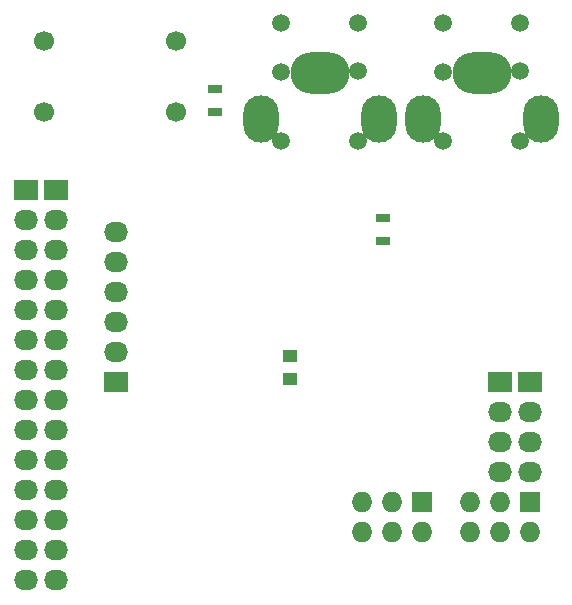
<source format=gbs>
G04 #@! TF.FileFunction,Soldermask,Bot*
%FSLAX46Y46*%
G04 Gerber Fmt 4.6, Leading zero omitted, Abs format (unit mm)*
G04 Created by KiCad (PCBNEW 4.0.2-4+6225~38~ubuntu14.04.1-stable) date Fri 18 Mar 2016 19:58:13 GMT*
%MOMM*%
G01*
G04 APERTURE LIST*
%ADD10C,0.100000*%
%ADD11R,1.300000X0.700000*%
%ADD12R,1.727200X1.727200*%
%ADD13O,1.727200X1.727200*%
%ADD14C,1.500000*%
%ADD15O,3.000000X4.000000*%
%ADD16O,5.000000X3.500000*%
%ADD17R,2.032000X1.727200*%
%ADD18O,2.032000X1.727200*%
%ADD19C,1.700000*%
%ADD20R,1.250000X1.000000*%
G04 APERTURE END LIST*
D10*
D11*
X120142000Y-108646000D03*
X120142000Y-106746000D03*
D12*
X137668000Y-141732000D03*
D13*
X137668000Y-144272000D03*
X135128000Y-141732000D03*
X135128000Y-144272000D03*
X132588000Y-141732000D03*
X132588000Y-144272000D03*
D12*
X146812000Y-141732000D03*
D13*
X146812000Y-144272000D03*
X144272000Y-141732000D03*
X144272000Y-144272000D03*
X141732000Y-141732000D03*
X141732000Y-144272000D03*
D14*
X145998000Y-111176000D03*
X139498000Y-111176000D03*
X145998000Y-105176000D03*
X139498000Y-105276000D03*
X145998000Y-101176000D03*
X139498000Y-101176000D03*
D15*
X147748000Y-109276000D03*
X137748000Y-109276000D03*
D16*
X142748000Y-105376000D03*
D14*
X132282000Y-111176000D03*
X125782000Y-111176000D03*
X132282000Y-105176000D03*
X125782000Y-105276000D03*
X132282000Y-101176000D03*
X125782000Y-101176000D03*
D15*
X134032000Y-109276000D03*
X124032000Y-109276000D03*
D16*
X129032000Y-105376000D03*
D17*
X146812000Y-131572000D03*
D18*
X146812000Y-134112000D03*
X146812000Y-136652000D03*
X146812000Y-139192000D03*
D19*
X116840000Y-108656000D03*
X116840000Y-102656000D03*
X105664000Y-108656000D03*
X105664000Y-102656000D03*
D11*
X134366000Y-117668000D03*
X134366000Y-119568000D03*
D17*
X104140000Y-115316000D03*
D18*
X104140000Y-117856000D03*
X104140000Y-120396000D03*
X104140000Y-122936000D03*
X104140000Y-125476000D03*
X104140000Y-128016000D03*
X104140000Y-130556000D03*
X104140000Y-133096000D03*
X104140000Y-135636000D03*
X104140000Y-138176000D03*
X104140000Y-140716000D03*
X104140000Y-143256000D03*
X104140000Y-145796000D03*
X104140000Y-148336000D03*
D17*
X106680000Y-115316000D03*
D18*
X106680000Y-117856000D03*
X106680000Y-120396000D03*
X106680000Y-122936000D03*
X106680000Y-125476000D03*
X106680000Y-128016000D03*
X106680000Y-130556000D03*
X106680000Y-133096000D03*
X106680000Y-135636000D03*
X106680000Y-138176000D03*
X106680000Y-140716000D03*
X106680000Y-143256000D03*
X106680000Y-145796000D03*
X106680000Y-148336000D03*
D17*
X111760000Y-131572000D03*
D18*
X111760000Y-129032000D03*
X111760000Y-126492000D03*
X111760000Y-123952000D03*
X111760000Y-121412000D03*
X111760000Y-118872000D03*
D17*
X144272000Y-131572000D03*
D18*
X144272000Y-134112000D03*
X144272000Y-136652000D03*
X144272000Y-139192000D03*
D20*
X126492000Y-129302000D03*
X126492000Y-131302000D03*
M02*

</source>
